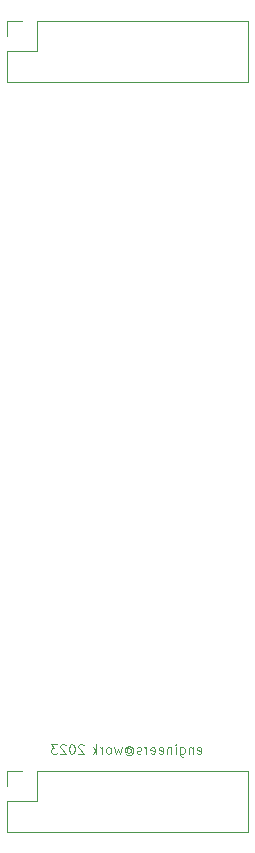
<source format=gbr>
G04 #@! TF.GenerationSoftware,KiCad,Pcbnew,(7.0.0-0)*
G04 #@! TF.CreationDate,2023-04-18T09:29:12+01:00*
G04 #@! TF.ProjectId,GAL26Adapter,47414c32-3641-4646-9170-7465722e6b69,rev?*
G04 #@! TF.SameCoordinates,Original*
G04 #@! TF.FileFunction,Legend,Bot*
G04 #@! TF.FilePolarity,Positive*
%FSLAX46Y46*%
G04 Gerber Fmt 4.6, Leading zero omitted, Abs format (unit mm)*
G04 Created by KiCad (PCBNEW (7.0.0-0)) date 2023-04-18 09:29:12*
%MOMM*%
%LPD*%
G01*
G04 APERTURE LIST*
%ADD10C,0.100000*%
%ADD11C,0.120000*%
G04 APERTURE END LIST*
D10*
X143701428Y-140937809D02*
X143777619Y-140975904D01*
X143777619Y-140975904D02*
X143930000Y-140975904D01*
X143930000Y-140975904D02*
X144006190Y-140937809D01*
X144006190Y-140937809D02*
X144044286Y-140861619D01*
X144044286Y-140861619D02*
X144044286Y-140556857D01*
X144044286Y-140556857D02*
X144006190Y-140480666D01*
X144006190Y-140480666D02*
X143930000Y-140442571D01*
X143930000Y-140442571D02*
X143777619Y-140442571D01*
X143777619Y-140442571D02*
X143701428Y-140480666D01*
X143701428Y-140480666D02*
X143663333Y-140556857D01*
X143663333Y-140556857D02*
X143663333Y-140633047D01*
X143663333Y-140633047D02*
X144044286Y-140709238D01*
X143320476Y-140442571D02*
X143320476Y-140975904D01*
X143320476Y-140518761D02*
X143282381Y-140480666D01*
X143282381Y-140480666D02*
X143206191Y-140442571D01*
X143206191Y-140442571D02*
X143091905Y-140442571D01*
X143091905Y-140442571D02*
X143015714Y-140480666D01*
X143015714Y-140480666D02*
X142977619Y-140556857D01*
X142977619Y-140556857D02*
X142977619Y-140975904D01*
X142253809Y-140442571D02*
X142253809Y-141090190D01*
X142253809Y-141090190D02*
X142291904Y-141166380D01*
X142291904Y-141166380D02*
X142330000Y-141204476D01*
X142330000Y-141204476D02*
X142406190Y-141242571D01*
X142406190Y-141242571D02*
X142520476Y-141242571D01*
X142520476Y-141242571D02*
X142596666Y-141204476D01*
X142253809Y-140937809D02*
X142330000Y-140975904D01*
X142330000Y-140975904D02*
X142482381Y-140975904D01*
X142482381Y-140975904D02*
X142558571Y-140937809D01*
X142558571Y-140937809D02*
X142596666Y-140899714D01*
X142596666Y-140899714D02*
X142634762Y-140823523D01*
X142634762Y-140823523D02*
X142634762Y-140594952D01*
X142634762Y-140594952D02*
X142596666Y-140518761D01*
X142596666Y-140518761D02*
X142558571Y-140480666D01*
X142558571Y-140480666D02*
X142482381Y-140442571D01*
X142482381Y-140442571D02*
X142330000Y-140442571D01*
X142330000Y-140442571D02*
X142253809Y-140480666D01*
X141872856Y-140975904D02*
X141872856Y-140442571D01*
X141872856Y-140175904D02*
X141910952Y-140214000D01*
X141910952Y-140214000D02*
X141872856Y-140252095D01*
X141872856Y-140252095D02*
X141834761Y-140214000D01*
X141834761Y-140214000D02*
X141872856Y-140175904D01*
X141872856Y-140175904D02*
X141872856Y-140252095D01*
X141491904Y-140442571D02*
X141491904Y-140975904D01*
X141491904Y-140518761D02*
X141453809Y-140480666D01*
X141453809Y-140480666D02*
X141377619Y-140442571D01*
X141377619Y-140442571D02*
X141263333Y-140442571D01*
X141263333Y-140442571D02*
X141187142Y-140480666D01*
X141187142Y-140480666D02*
X141149047Y-140556857D01*
X141149047Y-140556857D02*
X141149047Y-140975904D01*
X140463332Y-140937809D02*
X140539523Y-140975904D01*
X140539523Y-140975904D02*
X140691904Y-140975904D01*
X140691904Y-140975904D02*
X140768094Y-140937809D01*
X140768094Y-140937809D02*
X140806190Y-140861619D01*
X140806190Y-140861619D02*
X140806190Y-140556857D01*
X140806190Y-140556857D02*
X140768094Y-140480666D01*
X140768094Y-140480666D02*
X140691904Y-140442571D01*
X140691904Y-140442571D02*
X140539523Y-140442571D01*
X140539523Y-140442571D02*
X140463332Y-140480666D01*
X140463332Y-140480666D02*
X140425237Y-140556857D01*
X140425237Y-140556857D02*
X140425237Y-140633047D01*
X140425237Y-140633047D02*
X140806190Y-140709238D01*
X139777618Y-140937809D02*
X139853809Y-140975904D01*
X139853809Y-140975904D02*
X140006190Y-140975904D01*
X140006190Y-140975904D02*
X140082380Y-140937809D01*
X140082380Y-140937809D02*
X140120476Y-140861619D01*
X140120476Y-140861619D02*
X140120476Y-140556857D01*
X140120476Y-140556857D02*
X140082380Y-140480666D01*
X140082380Y-140480666D02*
X140006190Y-140442571D01*
X140006190Y-140442571D02*
X139853809Y-140442571D01*
X139853809Y-140442571D02*
X139777618Y-140480666D01*
X139777618Y-140480666D02*
X139739523Y-140556857D01*
X139739523Y-140556857D02*
X139739523Y-140633047D01*
X139739523Y-140633047D02*
X140120476Y-140709238D01*
X139396666Y-140975904D02*
X139396666Y-140442571D01*
X139396666Y-140594952D02*
X139358571Y-140518761D01*
X139358571Y-140518761D02*
X139320476Y-140480666D01*
X139320476Y-140480666D02*
X139244285Y-140442571D01*
X139244285Y-140442571D02*
X139168095Y-140442571D01*
X138939524Y-140937809D02*
X138863333Y-140975904D01*
X138863333Y-140975904D02*
X138710952Y-140975904D01*
X138710952Y-140975904D02*
X138634762Y-140937809D01*
X138634762Y-140937809D02*
X138596666Y-140861619D01*
X138596666Y-140861619D02*
X138596666Y-140823523D01*
X138596666Y-140823523D02*
X138634762Y-140747333D01*
X138634762Y-140747333D02*
X138710952Y-140709238D01*
X138710952Y-140709238D02*
X138825238Y-140709238D01*
X138825238Y-140709238D02*
X138901428Y-140671142D01*
X138901428Y-140671142D02*
X138939524Y-140594952D01*
X138939524Y-140594952D02*
X138939524Y-140556857D01*
X138939524Y-140556857D02*
X138901428Y-140480666D01*
X138901428Y-140480666D02*
X138825238Y-140442571D01*
X138825238Y-140442571D02*
X138710952Y-140442571D01*
X138710952Y-140442571D02*
X138634762Y-140480666D01*
X137758571Y-140594952D02*
X137796666Y-140556857D01*
X137796666Y-140556857D02*
X137872857Y-140518761D01*
X137872857Y-140518761D02*
X137949047Y-140518761D01*
X137949047Y-140518761D02*
X138025238Y-140556857D01*
X138025238Y-140556857D02*
X138063333Y-140594952D01*
X138063333Y-140594952D02*
X138101428Y-140671142D01*
X138101428Y-140671142D02*
X138101428Y-140747333D01*
X138101428Y-140747333D02*
X138063333Y-140823523D01*
X138063333Y-140823523D02*
X138025238Y-140861619D01*
X138025238Y-140861619D02*
X137949047Y-140899714D01*
X137949047Y-140899714D02*
X137872857Y-140899714D01*
X137872857Y-140899714D02*
X137796666Y-140861619D01*
X137796666Y-140861619D02*
X137758571Y-140823523D01*
X137758571Y-140518761D02*
X137758571Y-140823523D01*
X137758571Y-140823523D02*
X137720476Y-140861619D01*
X137720476Y-140861619D02*
X137682381Y-140861619D01*
X137682381Y-140861619D02*
X137606190Y-140823523D01*
X137606190Y-140823523D02*
X137568095Y-140747333D01*
X137568095Y-140747333D02*
X137568095Y-140556857D01*
X137568095Y-140556857D02*
X137644286Y-140442571D01*
X137644286Y-140442571D02*
X137758571Y-140366380D01*
X137758571Y-140366380D02*
X137910952Y-140328285D01*
X137910952Y-140328285D02*
X138063333Y-140366380D01*
X138063333Y-140366380D02*
X138177619Y-140442571D01*
X138177619Y-140442571D02*
X138253809Y-140556857D01*
X138253809Y-140556857D02*
X138291905Y-140709238D01*
X138291905Y-140709238D02*
X138253809Y-140861619D01*
X138253809Y-140861619D02*
X138177619Y-140975904D01*
X138177619Y-140975904D02*
X138063333Y-141052095D01*
X138063333Y-141052095D02*
X137910952Y-141090190D01*
X137910952Y-141090190D02*
X137758571Y-141052095D01*
X137758571Y-141052095D02*
X137644286Y-140975904D01*
X137301429Y-140442571D02*
X137149048Y-140975904D01*
X137149048Y-140975904D02*
X136996667Y-140594952D01*
X136996667Y-140594952D02*
X136844286Y-140975904D01*
X136844286Y-140975904D02*
X136691905Y-140442571D01*
X136272858Y-140975904D02*
X136349048Y-140937809D01*
X136349048Y-140937809D02*
X136387143Y-140899714D01*
X136387143Y-140899714D02*
X136425239Y-140823523D01*
X136425239Y-140823523D02*
X136425239Y-140594952D01*
X136425239Y-140594952D02*
X136387143Y-140518761D01*
X136387143Y-140518761D02*
X136349048Y-140480666D01*
X136349048Y-140480666D02*
X136272858Y-140442571D01*
X136272858Y-140442571D02*
X136158572Y-140442571D01*
X136158572Y-140442571D02*
X136082381Y-140480666D01*
X136082381Y-140480666D02*
X136044286Y-140518761D01*
X136044286Y-140518761D02*
X136006191Y-140594952D01*
X136006191Y-140594952D02*
X136006191Y-140823523D01*
X136006191Y-140823523D02*
X136044286Y-140899714D01*
X136044286Y-140899714D02*
X136082381Y-140937809D01*
X136082381Y-140937809D02*
X136158572Y-140975904D01*
X136158572Y-140975904D02*
X136272858Y-140975904D01*
X135663333Y-140975904D02*
X135663333Y-140442571D01*
X135663333Y-140594952D02*
X135625238Y-140518761D01*
X135625238Y-140518761D02*
X135587143Y-140480666D01*
X135587143Y-140480666D02*
X135510952Y-140442571D01*
X135510952Y-140442571D02*
X135434762Y-140442571D01*
X135168095Y-140975904D02*
X135168095Y-140175904D01*
X135091905Y-140671142D02*
X134863333Y-140975904D01*
X134863333Y-140442571D02*
X135168095Y-140747333D01*
X134078572Y-140252095D02*
X134040476Y-140214000D01*
X134040476Y-140214000D02*
X133964286Y-140175904D01*
X133964286Y-140175904D02*
X133773810Y-140175904D01*
X133773810Y-140175904D02*
X133697619Y-140214000D01*
X133697619Y-140214000D02*
X133659524Y-140252095D01*
X133659524Y-140252095D02*
X133621429Y-140328285D01*
X133621429Y-140328285D02*
X133621429Y-140404476D01*
X133621429Y-140404476D02*
X133659524Y-140518761D01*
X133659524Y-140518761D02*
X134116667Y-140975904D01*
X134116667Y-140975904D02*
X133621429Y-140975904D01*
X133126190Y-140175904D02*
X133050000Y-140175904D01*
X133050000Y-140175904D02*
X132973809Y-140214000D01*
X132973809Y-140214000D02*
X132935714Y-140252095D01*
X132935714Y-140252095D02*
X132897619Y-140328285D01*
X132897619Y-140328285D02*
X132859524Y-140480666D01*
X132859524Y-140480666D02*
X132859524Y-140671142D01*
X132859524Y-140671142D02*
X132897619Y-140823523D01*
X132897619Y-140823523D02*
X132935714Y-140899714D01*
X132935714Y-140899714D02*
X132973809Y-140937809D01*
X132973809Y-140937809D02*
X133050000Y-140975904D01*
X133050000Y-140975904D02*
X133126190Y-140975904D01*
X133126190Y-140975904D02*
X133202381Y-140937809D01*
X133202381Y-140937809D02*
X133240476Y-140899714D01*
X133240476Y-140899714D02*
X133278571Y-140823523D01*
X133278571Y-140823523D02*
X133316667Y-140671142D01*
X133316667Y-140671142D02*
X133316667Y-140480666D01*
X133316667Y-140480666D02*
X133278571Y-140328285D01*
X133278571Y-140328285D02*
X133240476Y-140252095D01*
X133240476Y-140252095D02*
X133202381Y-140214000D01*
X133202381Y-140214000D02*
X133126190Y-140175904D01*
X132554762Y-140252095D02*
X132516666Y-140214000D01*
X132516666Y-140214000D02*
X132440476Y-140175904D01*
X132440476Y-140175904D02*
X132250000Y-140175904D01*
X132250000Y-140175904D02*
X132173809Y-140214000D01*
X132173809Y-140214000D02*
X132135714Y-140252095D01*
X132135714Y-140252095D02*
X132097619Y-140328285D01*
X132097619Y-140328285D02*
X132097619Y-140404476D01*
X132097619Y-140404476D02*
X132135714Y-140518761D01*
X132135714Y-140518761D02*
X132592857Y-140975904D01*
X132592857Y-140975904D02*
X132097619Y-140975904D01*
X131830952Y-140175904D02*
X131335714Y-140175904D01*
X131335714Y-140175904D02*
X131602380Y-140480666D01*
X131602380Y-140480666D02*
X131488095Y-140480666D01*
X131488095Y-140480666D02*
X131411904Y-140518761D01*
X131411904Y-140518761D02*
X131373809Y-140556857D01*
X131373809Y-140556857D02*
X131335714Y-140633047D01*
X131335714Y-140633047D02*
X131335714Y-140823523D01*
X131335714Y-140823523D02*
X131373809Y-140899714D01*
X131373809Y-140899714D02*
X131411904Y-140937809D01*
X131411904Y-140937809D02*
X131488095Y-140975904D01*
X131488095Y-140975904D02*
X131716666Y-140975904D01*
X131716666Y-140975904D02*
X131792857Y-140937809D01*
X131792857Y-140937809D02*
X131830952Y-140899714D01*
D11*
X148020000Y-78900000D02*
X148020000Y-84100000D01*
X130180000Y-78900000D02*
X148020000Y-78900000D01*
X130180000Y-78900000D02*
X130180000Y-81500000D01*
X128910000Y-78900000D02*
X127580000Y-78900000D01*
X127580000Y-78900000D02*
X127580000Y-80230000D01*
X130180000Y-81500000D02*
X127580000Y-81500000D01*
X127580000Y-81500000D02*
X127580000Y-84100000D01*
X127580000Y-84100000D02*
X148020000Y-84100000D01*
X148020000Y-142400000D02*
X148020000Y-147600000D01*
X130180000Y-142400000D02*
X148020000Y-142400000D01*
X130180000Y-142400000D02*
X130180000Y-145000000D01*
X128910000Y-142400000D02*
X127580000Y-142400000D01*
X127580000Y-142400000D02*
X127580000Y-143730000D01*
X130180000Y-145000000D02*
X127580000Y-145000000D01*
X127580000Y-145000000D02*
X127580000Y-147600000D01*
X127580000Y-147600000D02*
X148020000Y-147600000D01*
M02*

</source>
